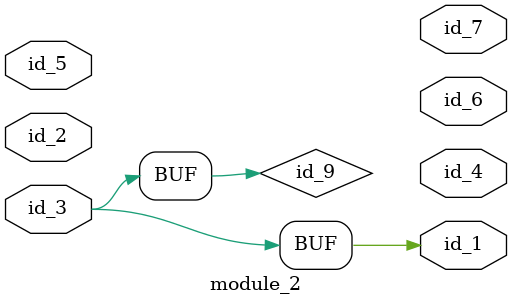
<source format=v>
module module_0;
  assign id_1 = id_1;
  assign id_2 = 1'b0;
  assign id_1 = id_1;
  parameter id_3 = -1 - 1'd0;
  localparam id_4 = -1;
  wire id_5;
endmodule
module module_1 (
    id_1,
    id_2,
    id_3,
    id_4,
    id_5,
    id_6
);
  output wire id_6;
  output wire id_5;
  output wire id_4;
  input wire id_3;
  input wire id_2;
  inout wire id_1;
  module_0 modCall_1 ();
endmodule
module module_2 (
    id_1,
    id_2,
    id_3,
    id_4,
    id_5,
    id_6,
    id_7
);
  output wire id_7;
  output wire id_6;
  inout wire id_5;
  output wire id_4;
  input wire id_3;
  input wire id_2;
  output wire id_1;
  always id_1 = 1 == id_3;
  localparam id_8 = -1'b0;
  module_0 modCall_1 ();
  wor id_9 = id_3;
endmodule

</source>
